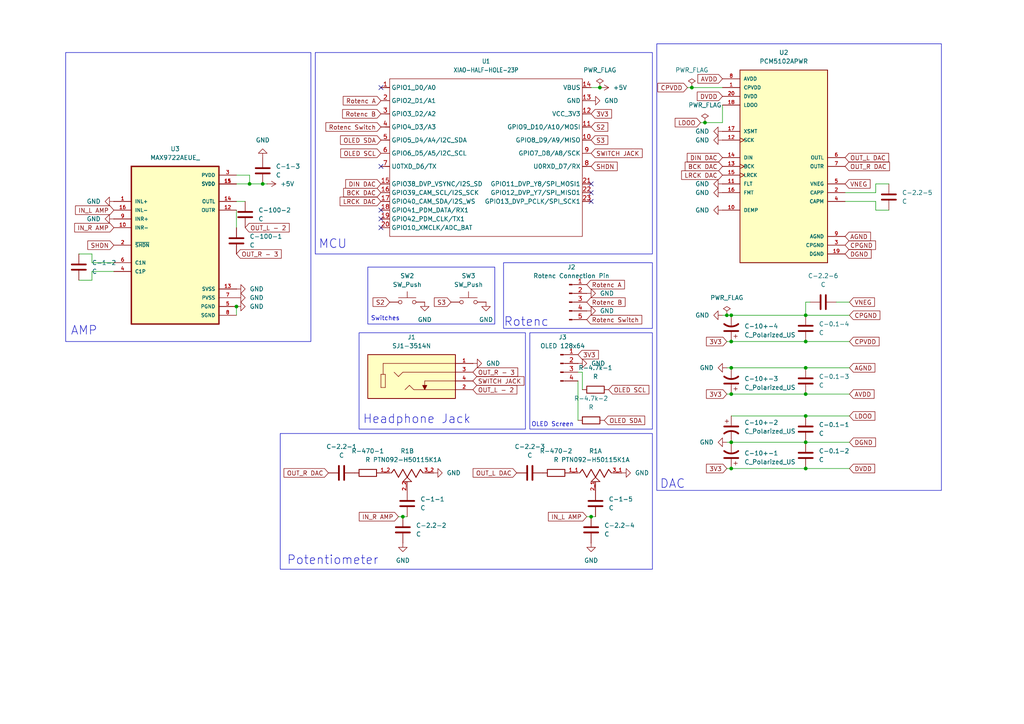
<source format=kicad_sch>
(kicad_sch (version 20250114) (generator "eeschema") (generator_version "9.0")
  (paper "A4")
  (lib_symbols
    (symbol "AMP Audio:MAX9722AEUE_" (pin_names (offset 1.016))
      (property "Reference" "U" (at -12.7 23.86 0))
      (property "Value" "MAX9722AEUE_" (at -12.7 -26.86 0))
      (symbol "MAX9722AEUE__0_0"
        (rectangle (start -12.7 -22.86) (end 12.7 22.86) (stroke (width 0.41)) (fill (type background)))
        (pin input line (at -17.78 12.7 0) (length 5.08) (name "INL+") (number "1"))
        (pin input line (at -17.78 10.16 0) (length 5.08) (name "INL-") (number "16"))
        (pin input line (at -17.78 7.62 0) (length 5.08) (name "INR+") (number "9"))
        (pin input line (at -17.78 5.08 0) (length 5.08) (name "INR-") (number "10"))
        (pin bidirectional line (at -17.78 0 0) (length 5.08) (name "~{SHDN}") (number "2"))
        (pin bidirectional line (at -17.78 -5.08 0) (length 5.08) (name "C1N") (number "6"))
        (pin bidirectional line (at -17.78 -7.62 0) (length 5.08) (name "C1P") (number "4"))
        (pin power_in line (at 17.78 20.32 180) (length 5.08) (name "PVDD") (number "3"))
        (pin power_in line (at 17.78 17.78 180) (length 5.08) (name "SVDD") (number "11"))
        (pin power_in line (at 17.78 17.78 180) (length 5.08) (name "SVDD") (number "15"))
        (pin output line (at 17.78 12.7 180) (length 5.08) (name "OUTL") (number "14"))
        (pin output line (at 17.78 10.16 180) (length 5.08) (name "OUTR") (number "12"))
        (pin power_in line (at 17.78 -12.7 180) (length 5.08) (name "SVSS") (number "13"))
        (pin power_in line (at 17.78 -15.24 180) (length 5.08) (name "PVSS") (number "7"))
        (pin power_in line (at 17.78 -17.78 180) (length 5.08) (name "PGND") (number "5"))
        (pin power_in line (at 17.78 -20.32 180) (length 5.08) (name "SGND") (number "8"))
      )
    )
    (symbol "Connector:Conn_01x04_Pin" (pin_names (offset 1.016) (hide yes))
      (property "Reference" "J" (at 0 5.08 0))
      (property "Value" "Conn_01x04_Pin" (at 0 -7.62 0))
      (symbol "Conn_01x04_Pin_1_1"
        (rectangle (start 0.8636 2.667) (end 0 2.413) (stroke (width 0.1524)) (fill (type outline)))
        (rectangle (start 0.8636 0.127) (end 0 -0.127) (stroke (width 0.1524)) (fill (type outline)))
        (rectangle (start 0.8636 -2.413) (end 0 -2.667) (stroke (width 0.1524)) (fill (type outline)))
        (rectangle (start 0.8636 -4.953) (end 0 -5.207) (stroke (width 0.1524)) (fill (type outline)))
        (polyline (pts (xy 1.27 2.54) (xy 0.8636 2.54)) (stroke (width 0.1524)))
        (polyline (pts (xy 1.27 0) (xy 0.8636 0)) (stroke (width 0.1524)))
        (polyline (pts (xy 1.27 -2.54) (xy 0.8636 -2.54)) (stroke (width 0.1524)))
        (polyline (pts (xy 1.27 -5.08) (xy 0.8636 -5.08)) (stroke (width 0.1524)))
        (pin passive line (at 5.08 2.54 180) (length 3.81) (name "Pin_1") (number "1"))
        (pin passive line (at 5.08 0 180) (length 3.81) (name "Pin_2") (number "2"))
        (pin passive line (at 5.08 -2.54 180) (length 3.81) (name "Pin_3") (number "3"))
        (pin passive line (at 5.08 -5.08 180) (length 3.81) (name "Pin_4") (number "4"))
      )
    )
    (symbol "Connector:Conn_01x05_Pin" (pin_names (offset 1.016) (hide yes))
      (property "Reference" "J" (at 0 7.62 0))
      (property "Value" "Conn_01x05_Pin" (at 0 -7.62 0))
      (symbol "Conn_01x05_Pin_1_1"
        (rectangle (start 0.8636 5.207) (end 0 4.953) (stroke (width 0.1524)) (fill (type outline)))
        (rectangle (start 0.8636 2.667) (end 0 2.413) (stroke (width 0.1524)) (fill (type outline)))
        (rectangle (start 0.8636 0.127) (end 0 -0.127) (stroke (width 0.1524)) (fill (type outline)))
        (rectangle (start 0.8636 -2.413) (end 0 -2.667) (stroke (width 0.1524)) (fill (type outline)))
        (rectangle (start 0.8636 -4.953) (end 0 -5.207) (stroke (width 0.1524)) (fill (type outline)))
        (polyline (pts (xy 1.27 5.08) (xy 0.8636 5.08)) (stroke (width 0.1524)))
        (polyline (pts (xy 1.27 2.54) (xy 0.8636 2.54)) (stroke (width 0.1524)))
        (polyline (pts (xy 1.27 0) (xy 0.8636 0)) (stroke (width 0.1524)))
        (polyline (pts (xy 1.27 -2.54) (xy 0.8636 -2.54)) (stroke (width 0.1524)))
        (polyline (pts (xy 1.27 -5.08) (xy 0.8636 -5.08)) (stroke (width 0.1524)))
        (pin passive line (at 5.08 5.08 180) (length 3.81) (name "Pin_1") (number "1"))
        (pin passive line (at 5.08 2.54 180) (length 3.81) (name "Pin_2") (number "2"))
        (pin passive line (at 5.08 0 180) (length 3.81) (name "Pin_3") (number "3"))
        (pin passive line (at 5.08 -2.54 180) (length 3.81) (name "Pin_4") (number "4"))
        (pin passive line (at 5.08 -5.08 180) (length 3.81) (name "Pin_5") (number "5"))
      )
    )
    (symbol "DAC Audio:PCM5102APWR" (pin_names (offset 1.016))
      (property "Reference" "U" (at -12.7 28.94 0))
      (property "Value" "PCM5102APWR" (at -12.7 -30.48 0))
      (symbol "PCM5102APWR_0_0"
        (rectangle (start -12.7 -27.94) (end 12.7 27.94) (stroke (width 0.254)) (fill (type background)))
        (pin power_in line (at -17.78 25.4 0) (length 5.08) (name "AVDD") (number "8"))
        (pin power_in line (at -17.78 22.86 0) (length 5.08) (name "CPVDD") (number "1"))
        (pin power_in line (at -17.78 20.32 0) (length 5.08) (name "DVDD") (number "20"))
        (pin power_in line (at -17.78 17.78 0) (length 5.08) (name "LDOO") (number "18"))
        (pin input line (at -17.78 10.16 0) (length 5.08) (name "XSMT") (number "17"))
        (pin input clock (at -17.78 7.62 0) (length 5.08) (name "SCK") (number "12"))
        (pin input line (at -17.78 2.54 0) (length 5.08) (name "DIN") (number "14"))
        (pin input clock (at -17.78 0 0) (length 5.08) (name "BCK") (number "13"))
        (pin input clock (at -17.78 -2.54 0) (length 5.08) (name "LRCK") (number "15"))
        (pin input line (at -17.78 -5.08 0) (length 5.08) (name "FLT") (number "11"))
        (pin input line (at -17.78 -7.62 0) (length 5.08) (name "FMT") (number "16"))
        (pin input line (at -17.78 -12.7 0) (length 5.08) (name "DEMP") (number "10"))
        (pin output line (at 17.78 2.54 180) (length 5.08) (name "OUTL") (number "6"))
        (pin output line (at 17.78 0 180) (length 5.08) (name "OUTR") (number "7"))
        (pin output line (at 17.78 -5.08 180) (length 5.08) (name "VNEG") (number "5"))
        (pin passive line (at 17.78 -7.62 180) (length 5.08) (name "CAPP") (number "2"))
        (pin passive line (at 17.78 -10.16 180) (length 5.08) (name "CAPM") (number "4"))
        (pin power_in line (at 17.78 -20.32 180) (length 5.08) (name "AGND") (number "9"))
        (pin power_in line (at 17.78 -22.86 180) (length 5.08) (name "CPGND") (number "3"))
        (pin power_in line (at 17.78 -25.4 180) (length 5.08) (name "DGND") (number "19"))
      )
    )
    (symbol "Device:C" (pin_numbers (hide yes)) (pin_names (offset 0.254))
      (property "Reference" "C" (at 0.635 2.54 0))
      (property "Value" "C" (at 0.635 -2.54 0))
      (symbol "C_0_1"
        (polyline (pts (xy -2.032 0.762) (xy 2.032 0.762)) (stroke (width 0.508)))
        (polyline (pts (xy -2.032 -0.762) (xy 2.032 -0.762)) (stroke (width 0.508)))
      )
      (symbol "C_1_1"
        (pin passive line (at 0 3.81 270) (length 2.794) (name "~") (number "1"))
        (pin passive line (at 0 -3.81 90) (length 2.794) (name "~") (number "2"))
      )
    )
    (symbol "Device:C_Polarized_US" (pin_numbers (hide yes)) (pin_names (offset 0.254) (hide yes))
      (property "Reference" "C" (at 0.635 2.54 0))
      (property "Value" "C_Polarized_US" (at 0.635 -2.54 0))
      (symbol "C_Polarized_US_0_1"
        (polyline (pts (xy -2.032 0.762) (xy 2.032 0.762)) (stroke (width 0.508)))
        (polyline (pts (xy -1.778 2.286) (xy -0.762 2.286)))
        (polyline (pts (xy -1.27 1.778) (xy -1.27 2.794)))
        (arc (start -2.032 -1.27) (mid 0 -0.5572) (end 2.032 -1.27) (stroke (width 0.508)))
      )
      (symbol "C_Polarized_US_1_1"
        (pin passive line (at 0 3.81 270) (length 2.794) (name "~") (number "1"))
        (pin passive line (at 0 -3.81 90) (length 3.302) (name "~") (number "2"))
      )
    )
    (symbol "Device:R" (pin_numbers (hide yes)) (pin_names (offset 0))
      (property "Reference" "R" (at 2.032 0 90))
      (property "Value" "R" (at 0 0 90))
      (symbol "R_0_1"
        (rectangle (start -1.016 -2.54) (end 1.016 2.54) (stroke (width 0.254)))
      )
      (symbol "R_1_1"
        (pin passive line (at 0 3.81 270) (length 1.27) (name "~") (number "1"))
        (pin passive line (at 0 -3.81 90) (length 1.27) (name "~") (number "2"))
      )
    )
    (symbol "HPJ:SJ1-3514N" (pin_names (offset 1.016))
      (property "Reference" "J" (at -12.7132 7.628 0))
      (property "Value" "SJ1-3514N" (at -12.7035 -12.7035 0))
      (symbol "SJ1-3514N_0_0"
        (rectangle (start -12.7 -7.62) (end 12.7 5.08) (stroke (width 0.254)) (fill (type background)))
        (polyline (pts (xy -8.89 -0.635) (xy -8.89 -4.445)) (stroke (width 0.1524)))
        (polyline (pts (xy -8.89 -4.445) (xy -7.62 -4.445)) (stroke (width 0.1524)))
        (polyline (pts (xy -8.255 2.54) (xy -8.255 -0.635)) (stroke (width 0.1524)))
        (polyline (pts (xy -8.255 -0.635) (xy -8.89 -0.635)) (stroke (width 0.1524)))
        (polyline (pts (xy -7.62 -0.635) (xy -8.255 -0.635)) (stroke (width 0.1524)))
        (polyline (pts (xy -7.62 -4.445) (xy -7.62 -0.635)) (stroke (width 0.1524)))
        (polyline (pts (xy -3.81 -1.27) (xy -5.08 0)) (stroke (width 0.1524)))
        (polyline (pts (xy -2.54 0) (xy -3.81 -1.27)) (stroke (width 0.1524)))
        (polyline (pts (xy -0.635 -3.81) (xy -1.905 -5.08)) (stroke (width 0.1524)))
        (polyline (pts (xy 0.635 -5.08) (xy -0.635 -3.81)) (stroke (width 0.1524)))
        (polyline (pts (xy 3.81 -2.54) (xy 3.81 -5.08)) (stroke (width 0.1524)))
        (polyline (pts (xy 3.81 -5.08) (xy 0.635 -5.08)) (stroke (width 0.1524)))
        (polyline (pts (xy 3.81 -5.08) (xy 3.175 -3.81) (xy 4.445 -3.81) (xy 3.81 -5.08)) (stroke (width 0.1524)) (fill (type outline)))
        (polyline (pts (xy 12.7 2.54) (xy -8.255 2.54)) (stroke (width 0.1524)))
        (polyline (pts (xy 12.7 0) (xy -2.54 0)) (stroke (width 0.1524)))
        (polyline (pts (xy 12.7 -2.54) (xy 3.81 -2.54)) (stroke (width 0.1524)))
        (polyline (pts (xy 12.7 -5.08) (xy 3.81 -5.08)) (stroke (width 0.1524)))
        (pin passive line (at 17.78 2.54 180) (length 5.08) (name "~") (number "1"))
        (pin passive line (at 17.78 0 180) (length 5.08) (name "~") (number "3"))
        (pin passive line (at 17.78 -2.54 180) (length 5.08) (name "~") (number "4"))
        (pin passive line (at 17.78 -5.08 180) (length 5.08) (name "~") (number "2"))
      )
    )
    (symbol "MCU ESP32 S3:Module/XIAO-HALF-HOLE-23P"
      (property "Reference" "U2" (at -20.828 17.018 0))
      (property "Value" "XIAO-HALF-HOLE-23P" (at -12.446 14.986 0))
      (symbol "Module/XIAO-HALF-HOLE-23P_0_1"
        (polyline (pts (xy -21.59 -13.97) (xy -21.59 -31.75) (xy 34.29 -31.75) (xy 34.29 -13.97)))
      )
      (symbol "Module/XIAO-HALF-HOLE-23P_1_0"
        (polyline (pts (xy -21.59 13.97) (xy 34.29 13.97)) (stroke (width 0.1524)))
        (polyline (pts (xy -21.59 11.43) (xy -22.86 11.43)) (stroke (width 0.1524)))
        (polyline (pts (xy -21.59 11.43) (xy -21.59 13.97)) (stroke (width 0.1524)))
        (polyline (pts (xy -21.59 7.62) (xy -22.86 7.62)) (stroke (width 0.1524)))
        (polyline (pts (xy -21.59 7.62) (xy -21.59 11.43)) (stroke (width 0.1524)))
        (polyline (pts (xy -21.59 3.81) (xy -22.86 3.81)) (stroke (width 0.1524)))
        (polyline (pts (xy -21.59 3.81) (xy -21.59 7.62)) (stroke (width 0.1524)))
        (polyline (pts (xy -21.59 0) (xy -22.86 0)) (stroke (width 0.1524)))
        (polyline (pts (xy -21.59 0) (xy -21.59 3.81)) (stroke (width 0.1524)))
        (polyline (pts (xy -21.59 -3.81) (xy -22.86 -3.81)) (stroke (width 0.1524)))
        (polyline (pts (xy -21.59 -7.62) (xy -22.86 -7.62)) (stroke (width 0.1524)))
        (polyline (pts (xy -21.59 -11.43) (xy -22.86 -11.43)) (stroke (width 0.1524)))
        (polyline (pts (xy -21.59 -13.97) (xy -21.59 0)) (stroke (width 0.1524)))
        (polyline (pts (xy 34.29 13.97) (xy 34.29 11.43)) (stroke (width 0.1524)))
        (polyline (pts (xy 34.29 11.43) (xy 34.29 7.62)) (stroke (width 0.1524)))
        (polyline (pts (xy 34.29 7.62) (xy 34.29 3.81)) (stroke (width 0.1524)))
        (polyline (pts (xy 34.29 3.81) (xy 34.29 -13.97)) (stroke (width 0.1524)))
        (polyline (pts (xy 35.56 11.43) (xy 34.29 11.43)) (stroke (width 0.1524)))
        (polyline (pts (xy 35.56 7.62) (xy 34.29 7.62)) (stroke (width 0.1524)))
        (polyline (pts (xy 35.56 3.81) (xy 34.29 3.81)) (stroke (width 0.1524)))
        (polyline (pts (xy 35.56 0) (xy 34.29 0)) (stroke (width 0.1524)))
        (polyline (pts (xy 35.56 -3.81) (xy 34.29 -3.81)) (stroke (width 0.1524)))
        (polyline (pts (xy 35.56 -7.62) (xy 34.29 -7.62)) (stroke (width 0.1524)))
        (polyline (pts (xy 35.56 -11.43) (xy 34.29 -11.43)) (stroke (width 0.1524)))
        (pin passive line (at -24.13 11.43 0) (length 2.54) (name "GPIO1_D0/A0") (number "1"))
        (pin passive line (at -24.13 7.62 0) (length 2.54) (name "GPIO2_D1/A1") (number "2"))
        (pin passive line (at -24.13 3.81 0) (length 2.54) (name "GPIO3_D2/A2") (number "3"))
        (pin passive line (at -24.13 0 0) (length 2.54) (name "GPIO4_D3/A3") (number "4"))
        (pin passive line (at -24.13 -3.81 0) (length 2.54) (name "GPIO5_D4/A4/I2C_SDA") (number "5"))
        (pin passive line (at -24.13 -7.62 0) (length 2.54) (name "GPIO6_D5/A5/I2C_SCL") (number "6"))
        (pin passive line (at -24.13 -11.43 0) (length 2.54) (name "U0TXD_D6/TX") (number "7"))
        (pin passive line (at 36.83 11.43 180) (length 2.54) (name "VBUS") (number "14"))
        (pin passive line (at 36.83 7.62 180) (length 2.54) (name "GND") (number "13"))
        (pin passive line (at 36.83 3.81 180) (length 2.54) (name "VCC_3V3") (number "12"))
        (pin passive line (at 36.83 0 180) (length 2.54) (name "GPIO9_D10/A10/MOSI") (number "11"))
        (pin passive line (at 36.83 -3.81 180) (length 2.54) (name "GPIO8_D9/A9/MISO") (number "10"))
        (pin passive line (at 36.83 -7.62 180) (length 2.54) (name "GPIO7_D8/A8/SCK") (number "9"))
        (pin passive line (at 36.83 -11.43 180) (length 2.54) (name "U0RXD_D7/RX") (number "8"))
      )
      (symbol "Module/XIAO-HALF-HOLE-23P_1_1"
        (pin passive line (at -24.13 -16.51 0) (length 2.54) (name "GPIO38_DVP_VSYNC/I2S_SD") (number "15"))
        (pin passive line (at -24.13 -19.05 0) (length 2.54) (name "GPIO39_CAM_SCL/I2S_SCK") (number "16"))
        (pin passive line (at -24.13 -21.59 0) (length 2.54) (name "GPIO40_CAM_SDA/I2S_WS") (number "17"))
        (pin passive line (at -24.13 -24.13 0) (length 2.54) (name "GPIO41_PDM_DATA/RX1") (number "18"))
        (pin passive line (at -24.13 -26.67 0) (length 2.54) (name "GPIO42_PDM_CLK/TX1") (number "19"))
        (pin passive line (at -24.13 -29.21 0) (length 2.54) (name "GPIO10_XMCLK/ADC_BAT") (number "20"))
        (pin passive line (at 36.83 -16.51 180) (length 2.54) (name "GPIO11_DVP_Y8/SPI_MOSI1") (number "21"))
        (pin passive line (at 36.83 -19.05 180) (length 2.54) (name "GPIO12_DVP_Y7/SPI_MISO1") (number "22"))
        (pin passive line (at 36.83 -21.59 180) (length 2.54) (name "GPIO13_DVP_PCLK/SPI_SCK1") (number "23"))
      )
    )
    (symbol "Potentiometer 2:PTN092-H50115K1A" (pin_names (offset 1.016))
      (property "Reference" "R" (at -5.08 5.08 0))
      (property "Value" "PTN092-H50115K1A" (at -5.08 2.54 0))
      (symbol "PTN092-H50115K1A_1_0"
        (polyline (pts (xy -5.08 0) (xy -4.572 0)) (stroke (width 0.1524)))
        (polyline (pts (xy -4.572 0) (xy -3.81 1.016)) (stroke (width 0.254)))
        (polyline (pts (xy -3.81 1.016) (xy -2.54 -1.27)) (stroke (width 0.254)))
        (polyline (pts (xy -2.54 -1.27) (xy -1.27 1.016)) (stroke (width 0.254)))
        (polyline (pts (xy -1.27 1.016) (xy 0 -1.27)) (stroke (width 0.254)))
        (polyline (pts (xy -1.27 -2.54) (xy 0 -1.27)) (stroke (width 0.2032)))
        (polyline (pts (xy 0 -1.27) (xy 1.27 1.016)) (stroke (width 0.254)))
        (polyline (pts (xy 0 -1.27) (xy 1.27 -2.54)) (stroke (width 0.2032)))
        (polyline (pts (xy 1.27 1.016) (xy 2.54 -1.27)) (stroke (width 0.254)))
        (polyline (pts (xy 1.27 -2.54) (xy -1.27 -2.54)) (stroke (width 0.2032)))
        (polyline (pts (xy 2.54 -1.27) (xy 3.81 1.016)) (stroke (width 0.254)))
        (polyline (pts (xy 3.81 1.016) (xy 4.572 0)) (stroke (width 0.254)))
        (polyline (pts (xy 4.572 0) (xy 5.08 0)) (stroke (width 0.1524)))
        (pin passive line (at -7.62 0 0) (length 2.54) (name "~") (number "1_1"))
        (pin passive line (at 0 -5.08 90) (length 2.54) (name "~") (number "2_1"))
        (pin passive line (at 7.62 0 180) (length 2.54) (name "~") (number "3_1"))
      )
      (symbol "PTN092-H50115K1A_2_0"
        (polyline (pts (xy -5.08 0) (xy -4.572 0)) (stroke (width 0.1524)))
        (polyline (pts (xy -4.572 0) (xy -3.81 1.016)) (stroke (width 0.254)))
        (polyline (pts (xy -3.81 1.016) (xy -2.54 -1.27)) (stroke (width 0.254)))
        (polyline (pts (xy -2.54 -1.27) (xy -1.27 1.016)) (stroke (width 0.254)))
        (polyline (pts (xy -1.27 1.016) (xy 0 -1.27)) (stroke (width 0.254)))
        (polyline (pts (xy -1.27 -2.54) (xy 0 -1.27)) (stroke (width 0.2032)))
        (polyline (pts (xy 0 -1.27) (xy 1.27 1.016)) (stroke (width 0.254)))
        (polyline (pts (xy 0 -1.27) (xy 1.27 -2.54)) (stroke (width 0.2032)))
        (polyline (pts (xy 1.27 1.016) (xy 2.54 -1.27)) (stroke (width 0.254)))
        (polyline (pts (xy 1.27 -2.54) (xy -1.27 -2.54)) (stroke (width 0.2032)))
        (polyline (pts (xy 2.54 -1.27) (xy 3.81 1.016)) (stroke (width 0.254)))
        (polyline (pts (xy 3.81 1.016) (xy 4.572 0)) (stroke (width 0.254)))
        (polyline (pts (xy 4.572 0) (xy 5.08 0)) (stroke (width 0.1524)))
        (pin passive line (at -7.62 0 0) (length 2.54) (name "~") (number "1_2"))
        (pin passive line (at 0 -5.08 90) (length 2.54) (name "~") (number "2_2"))
        (pin passive line (at 7.62 0 180) (length 2.54) (name "~") (number "3_2"))
      )
    )
    (symbol "Switch:SW_Push" (pin_numbers (hide yes)) (pin_names (offset 1.016) (hide yes))
      (property "Reference" "SW" (at 1.27 2.54 0))
      (property "Value" "SW_Push" (at 0 -1.524 0))
      (symbol "SW_Push_0_1"
        (circle (center -2.032 0) (radius 0.508))
        (polyline (pts (xy 0 1.27) (xy 0 3.048)))
        (circle (center 2.032 0) (radius 0.508))
        (polyline (pts (xy 2.54 1.27) (xy -2.54 1.27)))
        (pin passive line (at -5.08 0 0) (length 2.54) (name "1") (number "1"))
        (pin passive line (at 5.08 0 180) (length 2.54) (name "2") (number "2"))
      )
    )
    (symbol "power:+5V" (power) (pin_numbers (hide yes)) (pin_names (offset 0) (hide yes))
      (property "Value" "+5V" (at 0 3.556 0))
      (symbol "+5V_0_1"
        (polyline (pts (xy -0.762 1.27) (xy 0 2.54)))
        (polyline (pts (xy 0 2.54) (xy 0.762 1.27)))
        (polyline (pts (xy 0 0) (xy 0 2.54)))
      )
      (symbol "+5V_1_1"
        (pin power_in line (at 0 0 90) (length 0) (name "~") (number "1"))
      )
    )
    (symbol "power:GND" (power) (pin_numbers (hide yes)) (pin_names (offset 0) (hide yes))
      (property "Value" "GND" (at 0 -3.81 0))
      (symbol "GND_0_1"
        (polyline (pts (xy 0 0) (xy 0 -1.27) (xy 1.27 -1.27) (xy 0 -2.54) (xy -1.27 -1.27) (xy 0 -1.27)))
      )
      (symbol "GND_1_1"
        (pin power_in line (at 0 0 270) (length 0) (name "~") (number "1"))
      )
    )
    (symbol "power:PWR_FLAG" (power) (pin_numbers (hide yes)) (pin_names (offset 0) (hide yes))
      (property "Value" "PWR_FLAG" (at 0 3.81 0))
      (symbol "PWR_FLAG_0_0"
        (pin power_out line (at 0 0 90) (length 0) (name "~") (number "1"))
      )
      (symbol "PWR_FLAG_0_1"
        (polyline (pts (xy 0 0) (xy 0 1.27) (xy -1.016 1.905) (xy 0 2.54) (xy 1.016 1.905) (xy 0 1.27)))
      )
    )
  )
  (rectangle (start 190.5 12.7) (end 273.05 142.24))
  (rectangle (start 91.44 15.24) (end 189.23 73.66))
  (rectangle (start 106.68 77.47) (end 143.51 93.98))
  (rectangle (start 104.14 96.52) (end 152.4 124.46))
  (rectangle (start 153.67 96.52) (end 189.23 124.46))
  (rectangle (start 19.05 15.24) (end 90.17 99.06))
  (rectangle (start 81.28 125.73) (end 189.23 165.1))
  (rectangle (start 146.05 76.2) (end 189.23 95.25))
  (text "Headphone Jack\n" (at 120.904 121.666 0) (effects (font (size 2.54 2.54))))
  (text "OLED Screen" (at 160.274 123.19 0) (effects (font (size 1.27 1.27))))
  (text "Rotenc" (at 152.654 93.472 0) (effects (font (size 2.54 2.54))))
  (text "AMP\n\n" (at 24.384 98.044 0) (effects (font (size 2.54 2.54))))
  (text "Switches\n\n" (at 111.76 93.472 0) (effects (font (size 1.27 1.27))))
  (text "DAC" (at 195.072 140.462 0) (effects (font (size 2.54 2.54))))
  (text "Potentiometer" (at 96.52 162.56 0) (effects (font (size 2.54 2.54))))
  (text "MCU" (at 96.52 70.866 0) (effects (font (size 2.54 2.54))))
  (junction (at 212.09 128.27))
  (junction (at 210.82 91.44))
  (junction (at 171.45 149.86))
  (junction (at 212.09 106.68))
  (junction (at 72.39 53.34))
  (junction (at 212.09 135.89))
  (junction (at 233.68 135.89))
  (junction (at 212.09 114.3))
  (junction (at 212.09 99.06))
  (junction (at 116.84 149.86))
  (junction (at 233.68 99.06))
  (junction (at 68.58 88.9))
  (junction (at 200.66 25.4))
  (junction (at 233.68 120.65))
  (junction (at 233.68 91.44))
  (junction (at 204.47 35.56))
  (junction (at 173.99 25.4))
  (junction (at 233.68 128.27))
  (junction (at 212.09 91.44))
  (junction (at 76.2 53.34))
  (junction (at 233.68 114.3))
  (junction (at 233.68 106.68))
  (no_connect (at 110.49 63.5))
  (no_connect (at 171.45 55.88))
  (no_connect (at 110.49 60.96))
  (no_connect (at 110.49 66.04))
  (no_connect (at 110.49 25.4))
  (no_connect (at 110.49 48.26))
  (no_connect (at 171.45 58.42))
  (no_connect (at 171.45 53.34))
  (wire (pts (xy 171.45 149.86) (xy 172.72 149.86)))
  (wire (pts (xy 72.39 53.34) (xy 76.2 53.34)))
  (wire (pts (xy 203.2 35.56) (xy 204.47 35.56)))
  (wire (pts (xy 210.82 114.3) (xy 212.09 114.3)))
  (wire (pts (xy 234.95 87.63) (xy 233.68 87.63)))
  (wire (pts (xy 246.38 114.3) (xy 233.68 114.3)))
  (wire (pts (xy 233.68 120.65) (xy 246.38 120.65)))
  (wire (pts (xy 26.67 81.28) (xy 26.67 78.74)))
  (wire (pts (xy 168.91 107.95) (xy 167.64 107.95)))
  (wire (pts (xy 212.09 99.06) (xy 233.68 99.06)))
  (wire (pts (xy 257.81 60.96) (xy 254 60.96)))
  (wire (pts (xy 26.67 76.2) (xy 26.67 73.66)))
  (wire (pts (xy 233.68 106.68) (xy 212.09 106.68)))
  (wire (pts (xy 210.82 99.06) (xy 212.09 99.06)))
  (wire (pts (xy 254 58.42) (xy 245.11 58.42)))
  (wire (pts (xy 254 53.34) (xy 257.81 53.34)))
  (wire (pts (xy 210.82 135.89) (xy 212.09 135.89)))
  (wire (pts (xy 26.67 78.74) (xy 33.02 78.74)))
  (wire (pts (xy 170.18 149.86) (xy 171.45 149.86)))
  (wire (pts (xy 33.02 76.2) (xy 26.67 76.2)))
  (wire (pts (xy 72.39 53.34) (xy 68.58 53.34)))
  (wire (pts (xy 22.86 81.28) (xy 26.67 81.28)))
  (wire (pts (xy 26.67 73.66) (xy 22.86 73.66)))
  (wire (pts (xy 116.84 149.86) (xy 118.11 149.86)))
  (wire (pts (xy 210.82 91.44) (xy 212.09 91.44)))
  (wire (pts (xy 246.38 135.89) (xy 233.68 135.89)))
  (wire (pts (xy 233.68 87.63) (xy 233.68 91.44)))
  (wire (pts (xy 76.2 53.34) (xy 77.47 53.34)))
  (wire (pts (xy 212.09 106.68) (xy 210.82 106.68)))
  (wire (pts (xy 72.39 50.8) (xy 72.39 53.34)))
  (wire (pts (xy 115.57 149.86) (xy 116.84 149.86)))
  (wire (pts (xy 199.39 25.4) (xy 200.66 25.4)))
  (wire (pts (xy 209.55 35.56) (xy 209.55 30.48)))
  (wire (pts (xy 68.58 66.04) (xy 68.58 60.96)))
  (wire (pts (xy 200.66 25.4) (xy 209.55 25.4)))
  (wire (pts (xy 233.68 99.06) (xy 246.38 99.06)))
  (wire (pts (xy 233.68 106.68) (xy 246.38 106.68)))
  (wire (pts (xy 167.64 121.92) (xy 167.64 110.49)))
  (wire (pts (xy 254 55.88) (xy 254 53.34)))
  (wire (pts (xy 68.58 88.9) (xy 68.58 91.44)))
  (wire (pts (xy 173.99 25.4) (xy 171.45 25.4)))
  (wire (pts (xy 212.09 128.27) (xy 233.68 128.27)))
  (wire (pts (xy 246.38 87.63) (xy 242.57 87.63)))
  (wire (pts (xy 245.11 55.88) (xy 254 55.88)))
  (wire (pts (xy 233.68 91.44) (xy 246.38 91.44)))
  (wire (pts (xy 210.82 128.27) (xy 212.09 128.27)))
  (wire (pts (xy 71.12 58.42) (xy 68.58 58.42)))
  (wire (pts (xy 212.09 91.44) (xy 233.68 91.44)))
  (wire (pts (xy 212.09 114.3) (xy 233.68 114.3)))
  (wire (pts (xy 168.91 113.03) (xy 168.91 107.95)))
  (wire (pts (xy 212.09 120.65) (xy 233.68 120.65)))
  (wire (pts (xy 212.09 135.89) (xy 233.68 135.89)))
  (wire (pts (xy 209.55 91.44) (xy 210.82 91.44)))
  (wire (pts (xy 68.58 50.8) (xy 72.39 50.8)))
  (wire (pts (xy 233.68 128.27) (xy 246.38 128.27)))
  (wire (pts (xy 204.47 35.56) (xy 209.55 35.56)))
  (wire (pts (xy 254 60.96) (xy 254 58.42)))
  (global_label "S2" (shape input) (at 113.03 87.63 180) (property "Intersheetrefs" "${INTERSHEET_REFS}" (effects (hide yes))))
  (global_label "IN_L AMP" (shape input) (at 33.02 60.96 180) (property "Intersheetrefs" "${INTERSHEET_REFS}" (effects (hide yes))))
  (global_label "3V3" (shape input) (at 171.45 33.02 0) (property "Intersheetrefs" "${INTERSHEET_REFS}" (effects (hide yes))))
  (global_label "OUT_L DAC" (shape input) (at 149.86 137.16 180) (property "Intersheetrefs" "${INTERSHEET_REFS}" (effects (hide yes))))
  (global_label "DVDD" (shape input) (at 209.55 27.94 180) (property "Intersheetrefs" "${INTERSHEET_REFS}" (effects (hide yes))))
  (global_label "LDOO" (shape input) (at 203.2 35.56 180) (property "Intersheetrefs" "${INTERSHEET_REFS}" (effects (hide yes))))
  (global_label "OLED SCL" (shape input) (at 176.53 113.03 0) (property "Intersheetrefs" "${INTERSHEET_REFS}" (effects (hide yes))))
  (global_label "AVDD" (shape input) (at 209.55 22.86 180) (property "Intersheetrefs" "${INTERSHEET_REFS}" (effects (hide yes))))
  (global_label "S3" (shape input) (at 130.81 87.63 180) (property "Intersheetrefs" "${INTERSHEET_REFS}" (effects (hide yes))))
  (global_label "IN_R AMP" (shape input) (at 115.57 149.86 180) (property "Intersheetrefs" "${INTERSHEET_REFS}" (effects (hide yes))))
  (global_label "CPVDD" (shape input) (at 246.38 99.06 0) (property "Intersheetrefs" "${INTERSHEET_REFS}" (effects (hide yes))))
  (global_label "DGND" (shape input) (at 245.11 73.66 0) (property "Intersheetrefs" "${INTERSHEET_REFS}" (effects (hide yes))))
  (global_label "AVDD" (shape input) (at 246.38 114.3 0) (property "Intersheetrefs" "${INTERSHEET_REFS}" (effects (hide yes))))
  (global_label "SWITCH JACK" (shape input) (at 171.45 44.45 0) (property "Intersheetrefs" "${INTERSHEET_REFS}" (effects (hide yes))))
  (global_label "DIN DAC" (shape input) (at 209.55 45.72 180) (property "Intersheetrefs" "${INTERSHEET_REFS}" (effects (hide yes))))
  (global_label "OLED SDA" (shape input) (at 110.49 40.64 180) (property "Intersheetrefs" "${INTERSHEET_REFS}" (effects (hide yes))))
  (global_label "3V3" (shape input) (at 210.82 114.3 180) (property "Intersheetrefs" "${INTERSHEET_REFS}" (effects (hide yes))))
  (global_label "S2" (shape input) (at 171.45 36.83 0) (property "Intersheetrefs" "${INTERSHEET_REFS}" (effects (hide yes))))
  (global_label "Rotenc A" (shape input) (at 170.18 82.55 0) (property "Intersheetrefs" "${INTERSHEET_REFS}" (effects (hide yes))))
  (global_label "SHDN" (shape input) (at 171.45 48.26 0) (property "Intersheetrefs" "${INTERSHEET_REFS}" (effects (hide yes))))
  (global_label "AGND" (shape input) (at 246.38 106.68 0) (property "Intersheetrefs" "${INTERSHEET_REFS}" (effects (hide yes))))
  (global_label "3V3" (shape input) (at 210.82 135.89 180) (property "Intersheetrefs" "${INTERSHEET_REFS}" (effects (hide yes))))
  (global_label "AGND" (shape input) (at 245.11 68.58 0) (property "Intersheetrefs" "${INTERSHEET_REFS}" (effects (hide yes))))
  (global_label "OUT_L DAC" (shape input) (at 245.11 45.72 0) (property "Intersheetrefs" "${INTERSHEET_REFS}" (effects (hide yes))))
  (global_label "CPGND" (shape input) (at 246.38 91.44 0) (property "Intersheetrefs" "${INTERSHEET_REFS}" (effects (hide yes))))
  (global_label "OUT_R DAC" (shape input) (at 95.25 137.16 180) (property "Intersheetrefs" "${INTERSHEET_REFS}" (effects (hide yes))))
  (global_label "Rotenc Switch" (shape input) (at 170.18 92.71 0) (property "Intersheetrefs" "${INTERSHEET_REFS}" (effects (hide yes))))
  (global_label "OUT_R - 3" (shape input) (at 137.16 107.95 0) (property "Intersheetrefs" "${INTERSHEET_REFS}" (effects (hide yes))))
  (global_label "LDOO" (shape input) (at 246.38 120.65 0) (property "Intersheetrefs" "${INTERSHEET_REFS}" (effects (hide yes))))
  (global_label "OUT_L - 2" (shape input) (at 137.16 113.03 0) (property "Intersheetrefs" "${INTERSHEET_REFS}" (effects (hide yes))))
  (global_label "VNEG" (shape input) (at 246.38 87.63 0) (property "Intersheetrefs" "${INTERSHEET_REFS}" (effects (hide yes))))
  (global_label "OUT_L - 2" (shape input) (at 71.12 66.04 0) (property "Intersheetrefs" "${INTERSHEET_REFS}" (effects (hide yes))))
  (global_label "DIN DAC" (shape input) (at 110.49 53.34 180) (property "Intersheetrefs" "${INTERSHEET_REFS}" (effects (hide yes))))
  (global_label "Rotenc B" (shape input) (at 110.49 33.02 180) (property "Intersheetrefs" "${INTERSHEET_REFS}" (effects (hide yes))))
  (global_label "OLED SDA" (shape input) (at 175.26 121.92 0) (property "Intersheetrefs" "${INTERSHEET_REFS}" (effects (hide yes))))
  (global_label "S3" (shape input) (at 171.45 40.64 0) (property "Intersheetrefs" "${INTERSHEET_REFS}" (effects (hide yes))))
  (global_label "DVDD" (shape input) (at 246.38 135.89 0) (property "Intersheetrefs" "${INTERSHEET_REFS}" (effects (hide yes))))
  (global_label "OLED SCL" (shape input) (at 110.49 44.45 180) (property "Intersheetrefs" "${INTERSHEET_REFS}" (effects (hide yes))))
  (global_label "Rotenc B" (shape input) (at 170.18 87.63 0) (property "Intersheetrefs" "${INTERSHEET_REFS}" (effects (hide yes))))
  (global_label "OUT_R - 3" (shape input) (at 68.58 73.66 0) (property "Intersheetrefs" "${INTERSHEET_REFS}" (effects (hide yes))))
  (global_label "IN_R AMP" (shape input) (at 33.02 66.04 180) (property "Intersheetrefs" "${INTERSHEET_REFS}" (effects (hide yes))))
  (global_label "IN_L AMP" (shape input) (at 170.18 149.86 180) (property "Intersheetrefs" "${INTERSHEET_REFS}" (effects (hide yes))))
  (global_label "3V3" (shape input) (at 167.64 102.87 0) (property "Intersheetrefs" "${INTERSHEET_REFS}" (effects (hide yes))))
  (global_label "DGND" (shape input) (at 246.38 128.27 0) (property "Intersheetrefs" "${INTERSHEET_REFS}" (effects (hide yes))))
  (global_label "LRCK DAC" (shape input) (at 209.55 50.8 180) (property "Intersheetrefs" "${INTERSHEET_REFS}" (effects (hide yes))))
  (global_label "BCK DAC" (shape input) (at 110.49 55.88 180) (property "Intersheetrefs" "${INTERSHEET_REFS}" (effects (hide yes))))
  (global_label "Rotenc A" (shape input) (at 110.49 29.21 180) (property "Intersheetrefs" "${INTERSHEET_REFS}" (effects (hide yes))))
  (global_label "Rotenc Switch" (shape input) (at 110.49 36.83 180) (property "Intersheetrefs" "${INTERSHEET_REFS}" (effects (hide yes))))
  (global_label "CPGND" (shape input) (at 245.11 71.12 0) (property "Intersheetrefs" "${INTERSHEET_REFS}" (effects (hide yes))))
  (global_label "VNEG" (shape input) (at 245.11 53.34 0) (property "Intersheetrefs" "${INTERSHEET_REFS}" (effects (hide yes))))
  (global_label "OUT_R DAC" (shape input) (at 245.11 48.26 0) (property "Intersheetrefs" "${INTERSHEET_REFS}" (effects (hide yes))))
  (global_label "3V3" (shape input) (at 210.82 99.06 180) (property "Intersheetrefs" "${INTERSHEET_REFS}" (effects (hide yes))))
  (global_label "CPVDD" (shape input) (at 199.39 25.4 180) (property "Intersheetrefs" "${INTERSHEET_REFS}" (effects (hide yes))))
  (global_label "LRCK DAC" (shape input) (at 110.49 58.42 180) (property "Intersheetrefs" "${INTERSHEET_REFS}" (effects (hide yes))))
  (global_label "SHDN" (shape input) (at 33.02 71.12 180) (property "Intersheetrefs" "${INTERSHEET_REFS}" (effects (hide yes))))
  (global_label "BCK DAC" (shape input) (at 209.55 48.26 180) (property "Intersheetrefs" "${INTERSHEET_REFS}" (effects (hide yes))))
  (global_label "SWITCH JACK" (shape input) (at 137.16 110.49 0) (property "Intersheetrefs" "${INTERSHEET_REFS}" (effects (hide yes))))
  (symbol (lib_id "Device:C_Polarized_US") (at 212.09 110.49 180) (unit 1)
    (property "Reference" "C-10+-3" (at 215.9 109.8549 0) (effects (justify right)))
    (property "Value" "C_Polarized_US" (at 215.9 112.3949 0) (effects (justify right)))
    (property "Footprint" "Capacitor_THT:CP_Radial_D5.0mm_P2.00mm" (effects (hide yes)))
    (property "Description" "Polarized capacitor, US symbol" (effects (hide yes)))
  )
  (symbol (lib_id "Device:C") (at 233.68 95.25 0) (unit 1)
    (property "Reference" "C-0.1-4" (at 237.49 93.9799 0) (effects (justify left)))
    (property "Value" "C" (at 237.49 96.5199 0) (effects (justify left)))
    (property "Footprint" "Capacitor_THT:C_Disc_D5.0mm_W2.5mm_P5.00mm" (effects (hide yes)))
    (property "Description" "Unpolarized capacitor" (effects (hide yes)))
  )
  (symbol (lib_id "Device:C") (at 22.86 77.47 0) (unit 1)
    (property "Reference" "C-1-2" (at 26.67 76.1999 0) (effects (justify left)))
    (property "Value" "C" (at 26.67 78.7399 0) (effects (justify left)))
    (property "Footprint" "Capacitor_THT:C_Disc_D5.0mm_W2.5mm_P5.00mm" (effects (hide yes)))
    (property "Description" "Unpolarized capacitor" (effects (hide yes)))
  )
  (symbol (lib_id "Device:C") (at 172.72 146.05 0) (unit 1)
    (property "Reference" "C-1-5" (at 176.53 144.7799 0) (effects (justify left)))
    (property "Value" "C" (at 176.53 147.3199 0) (effects (justify left)))
    (property "Footprint" "Capacitor_THT:C_Disc_D5.0mm_W2.5mm_P5.00mm" (effects (hide yes)))
    (property "Description" "Unpolarized capacitor" (effects (hide yes)))
  )
  (symbol (lib_id "power:+5V") (at 77.47 53.34 270) (unit 1)
    (property "Reference" "#PWR020" (effects (hide yes)))
    (property "Value" "+5V" (at 81.28 53.3399 90) (effects (justify left)))
    (property "Description" "Power symbol creates a global label with name \"+5V\"" (effects (hide yes)))
  )
  (symbol (lib_id "Device:C") (at 233.68 132.08 0) (unit 1)
    (property "Reference" "C-0.1-2" (at 237.49 130.8099 0) (effects (justify left)))
    (property "Value" "C" (at 237.49 133.3499 0) (effects (justify left)))
    (property "Footprint" "Capacitor_THT:C_Disc_D5.0mm_W2.5mm_P5.00mm" (effects (hide yes)))
    (property "Description" "Unpolarized capacitor" (effects (hide yes)))
  )
  (symbol (lib_id "power:GND") (at 76.2 45.72 180) (unit 1)
    (property "Reference" "#PWR01" (effects (hide yes)))
    (property "Value" "GND" (at 76.2 40.64 0))
    (property "Description" "Power symbol creates a global label with name \"GND\" , ground" (effects (hide yes)))
  )
  (symbol (lib_id "Switch:SW_Push") (at 135.89 87.63 0) (unit 1)
    (property "Reference" "SW3" (at 135.89 80.01 0))
    (property "Value" "SW_Push" (at 135.89 82.55 0))
    (property "Footprint" "Connector_PinHeader_2.54mm:PinHeader_1x02_P2.54mm_Vertical" (effects (hide yes)))
    (property "Description" "Push button switch, generic, two pins" (effects (hide yes)))
  )
  (symbol (lib_id "Device:C_Polarized_US") (at 212.09 124.46 0) (unit 1)
    (property "Reference" "C-10+-2" (at 215.9 122.5549 0) (effects (justify left)))
    (property "Value" "C_Polarized_US" (at 215.9 125.0949 0) (effects (justify left)))
    (property "Footprint" "Capacitor_THT:CP_Radial_D5.0mm_P2.00mm" (effects (hide yes)))
    (property "Description" "Polarized capacitor, US symbol" (effects (hide yes)))
  )
  (symbol (lib_id "Connector:Conn_01x04_Pin") (at 162.56 105.41 0) (unit 1)
    (property "Reference" "J3" (at 163.195 97.79 0))
    (property "Value" "OLED 128x64" (at 163.195 100.33 0))
    (property "Footprint" "Connector_PinHeader_2.54mm:PinHeader_1x04_P2.54mm_Vertical" (effects (hide yes)))
    (property "Description" "Generic connector, single row, 01x04, script generated" (effects (hide yes)))
  )
  (symbol (lib_id "power:GND") (at 180.34 137.16 90) (unit 1)
    (property "Reference" "#PWR016" (effects (hide yes)))
    (property "Value" "GND" (at 184.15 137.1599 90) (effects (justify right)))
    (property "Description" "Power symbol creates a global label with name \"GND\" , ground" (effects (hide yes)))
  )
  (symbol (lib_id "Device:C") (at 153.67 137.16 270) (unit 1)
    (property "Reference" "C-2.2-3" (at 153.67 129.54 90))
    (property "Value" "C" (at 153.67 132.08 90))
    (property "Footprint" "Capacitor_THT:C_Disc_D5.0mm_W2.5mm_P5.00mm" (effects (hide yes)))
    (property "Description" "Unpolarized capacitor" (effects (hide yes)))
  )
  (symbol (lib_id "power:GND") (at 210.82 128.27 270) (unit 1)
    (property "Reference" "#PWR017" (effects (hide yes)))
    (property "Value" "GND" (at 207.01 128.2699 90) (effects (justify right)))
    (property "Description" "Power symbol creates a global label with name \"GND\" , ground" (effects (hide yes)))
  )
  (symbol (lib_id "Device:C") (at 76.2 49.53 0) (unit 1)
    (property "Reference" "C-1-3" (at 80.01 48.2599 0) (effects (justify left)))
    (property "Value" "C" (at 80.01 50.7999 0) (effects (justify left)))
    (property "Footprint" "Capacitor_THT:C_Disc_D5.0mm_W2.5mm_P5.00mm" (effects (hide yes)))
    (property "Description" "Unpolarized capacitor" (effects (hide yes)))
  )
  (symbol (lib_id "power:GND") (at 210.82 106.68 270) (unit 1)
    (property "Reference" "#PWR018" (effects (hide yes)))
    (property "Value" "GND" (at 207.01 106.6799 90) (effects (justify right)))
    (property "Description" "Power symbol creates a global label with name \"GND\" , ground" (effects (hide yes)))
  )
  (symbol (lib_id "power:GND") (at 209.55 38.1 270) (unit 1)
    (property "Reference" "#PWR024" (effects (hide yes)))
    (property "Value" "GND" (at 205.74 38.0999 90) (effects (justify right)))
    (property "Description" "Power symbol creates a global label with name \"GND\" , ground" (effects (hide yes)))
  )
  (symbol (lib_id "power:GND") (at 68.58 83.82 90) (unit 1)
    (property "Reference" "#PWR02" (effects (hide yes)))
    (property "Value" "GND" (at 72.39 83.8199 90) (effects (justify right)))
    (property "Description" "Power symbol creates a global label with name \"GND\" , ground" (effects (hide yes)))
  )
  (symbol (lib_id "power:GND") (at 170.18 85.09 90) (unit 1)
    (property "Reference" "#PWR09" (effects (hide yes)))
    (property "Value" "GND" (at 173.99 85.0899 90) (effects (justify right)))
    (property "Description" "Power symbol creates a global label with name \"GND\" , ground" (effects (hide yes)))
  )
  (symbol (lib_id "power:PWR_FLAG") (at 210.82 91.44 0) (unit 1)
    (property "Reference" "#FLG05" (effects (hide yes)))
    (property "Value" "PWR_FLAG" (at 210.82 86.36 0))
    (property "Description" "Special symbol for telling ERC where power comes from" (effects (hide yes)))
  )
  (symbol (lib_id "power:+5V") (at 173.99 25.4 270) (unit 1)
    (property "Reference" "#PWR08" (effects (hide yes)))
    (property "Value" "+5V" (at 177.8 25.3999 90) (effects (justify left)))
    (property "Description" "Power symbol creates a global label with name \"+5V\"" (effects (hide yes)))
  )
  (symbol (lib_id "Device:C") (at 233.68 110.49 0) (unit 1)
    (property "Reference" "C-0.1-3" (at 237.49 109.2199 0) (effects (justify left)))
    (property "Value" "C" (at 237.49 111.7599 0) (effects (justify left)))
    (property "Footprint" "Capacitor_THT:C_Disc_D5.0mm_W2.5mm_P5.00mm" (effects (hide yes)))
    (property "Description" "Unpolarized capacitor" (effects (hide yes)))
  )
  (symbol (lib_id "Device:C") (at 233.68 124.46 0) (unit 1)
    (property "Reference" "C-0.1-1" (at 237.49 123.1899 0) (effects (justify left)))
    (property "Value" "C" (at 237.49 125.7299 0) (effects (justify left)))
    (property "Footprint" "Capacitor_THT:C_Disc_D5.0mm_W2.5mm_P5.00mm" (effects (hide yes)))
    (property "Description" "Unpolarized capacitor" (effects (hide yes)))
  )
  (symbol (lib_id "Connector:Conn_01x05_Pin") (at 165.1 87.63 0) (unit 1)
    (property "Reference" "J2" (at 165.735 77.47 0))
    (property "Value" "Rotenc Connection Pin" (at 165.735 80.01 0))
    (property "Footprint" "Connector_PinHeader_2.54mm:PinHeader_1x05_P2.54mm_Vertical" (effects (hide yes)))
    (property "Description" "Generic connector, single row, 01x05, script generated" (effects (hide yes)))
  )
  (symbol (lib_id "DAC Audio:PCM5102APWR") (at 227.33 48.26 0) (unit 1)
    (property "Reference" "U2" (at 227.33 15.24 0))
    (property "Value" "PCM5102APWR" (at 227.33 17.78 0))
    (property "Footprint" "DAC Audio:SOP65P640X120-20N" (effects (hide yes)))
    (property "DigiKey_Part_Number" "296-36707-2-ND" (effects (hide yes)))
    (property "SnapEDA_Link" "https://www.snapeda.com/parts/PCM5102APWR/Texas+Instruments/view-part/?ref=snap" (effects (hide yes)))
    (property "MAXIMUM_PACKAGE_HEIGHT" "1.2 mm" (effects (hide yes)))
    (property "Package" "TSSOP-20 Texas Instruments" (effects (hide yes)))
    (property "Check_prices" "https://www.snapeda.com/parts/PCM5102APWR/Texas+Instruments/view-part/?ref=eda" (effects (hide yes)))
    (property "STANDARD" "IPC 7351B" (effects (hide yes)))
    (property "PARTREV" "C" (effects (hide yes)))
    (property "MF" "Texas Instruments" (effects (hide yes)))
    (property "MP" "PCM5102APWR" (effects (hide yes)))
    (property "Description_1" "2VRMS DirectPath™, 112dB Audio Stereo DAC with 32-bit, 384kHz PCM Interface" (effects (hide yes)))
    (property "MANUFACTURER" "Texas Instruments" (effects (hide yes)))
  )
  (symbol (lib_id "power:GND") (at 167.64 105.41 90) (unit 1)
    (property "Reference" "#PWR012" (effects (hide yes)))
    (property "Value" "GND" (at 171.45 105.4099 90) (effects (justify right)))
    (property "Description" "Power symbol creates a global label with name \"GND\" , ground" (effects (hide yes)))
  )
  (symbol (lib_id "Device:R") (at 172.72 113.03 90) (unit 1)
    (property "Reference" "R-4.7k-1" (at 172.72 106.68 90))
    (property "Value" "R" (at 172.72 109.22 90))
    (property "Footprint" "Resistor_THT:R_Axial_DIN0207_L6.3mm_D2.5mm_P7.62mm_Horizontal" (effects (hide yes)))
    (property "Description" "Resistor" (effects (hide yes)))
  )
  (symbol (lib_id "Device:C") (at 257.81 57.15 0) (unit 1)
    (property "Reference" "C-2.2-5" (at 261.62 55.8799 0) (effects (justify left)))
    (property "Value" "C" (at 261.62 58.4199 0) (effects (justify left)))
    (property "Footprint" "Capacitor_THT:C_Disc_D5.0mm_W2.5mm_P5.00mm" (effects (hide yes)))
    (property "Description" "Unpolarized capacitor" (effects (hide yes)))
  )
  (symbol (lib_id "power:GND") (at 125.73 137.16 90) (unit 1)
    (property "Reference" "#PWR013" (effects (hide yes)))
    (property "Value" "GND" (at 129.54 137.1599 90) (effects (justify right)))
    (property "Description" "Power symbol creates a global label with name \"GND\" , ground" (effects (hide yes)))
  )
  (symbol (lib_id "Device:C") (at 118.11 146.05 0) (unit 1)
    (property "Reference" "C-1-1" (at 121.92 144.7799 0) (effects (justify left)))
    (property "Value" "C" (at 121.92 147.3199 0) (effects (justify left)))
    (property "Footprint" "Capacitor_THT:C_Disc_D5.0mm_W2.5mm_P5.00mm" (effects (hide yes)))
    (property "Description" "Unpolarized capacitor" (effects (hide yes)))
  )
  (symbol (lib_id "MCU ESP32 S3:Module/XIAO-HALF-HOLE-23P") (at 134.62 36.83 0) (unit 1)
    (property "Reference" "U1" (at 140.97 17.78 0) (effects (font (size 1.27 1.0795))))
    (property "Value" "XIAO-HALF-HOLE-23P" (at 140.97 20.32 0) (effects (font (size 1.27 1.0795))))
    (property "Footprint" "MCU ESP32 S3:MOUDLE23P-SMD-2.54-21X17.8MM.kicad_mod.kicad_sym" (effects (hide yes)))
    (property "Description" "XIAO-HALF-HOLE-23P" (effects (hide yes)))
    (property "SKU" "XIAO-HALF-HOLE-23P" (effects (hide yes)))
  )
  (symbol (lib_id "power:GND") (at 68.58 86.36 90) (unit 1)
    (property "Reference" "#PWR03" (effects (hide yes)))
    (property "Value" "GND" (at 72.39 86.3599 90) (effects (justify right)))
    (property "Description" "Power symbol creates a global label with name \"GND\" , ground" (effects (hide yes)))
  )
  (symbol (lib_id "Device:R") (at 161.29 137.16 270) (unit 1)
    (property "Reference" "R-470-2" (at 161.29 130.81 90))
    (property "Value" "R" (at 161.29 133.35 90))
    (property "Footprint" "Resistor_THT:R_Axial_DIN0207_L6.3mm_D2.5mm_P7.62mm_Horizontal" (effects (hide yes)))
    (property "Description" "Resistor" (effects (hide yes)))
  )
  (symbol (lib_id "Device:C") (at 68.58 69.85 180) (unit 1)
    (property "Reference" "C-100-1" (at 72.39 68.5799 0) (effects (justify right)))
    (property "Value" "C" (at 72.39 71.1199 0) (effects (justify right)))
    (property "Footprint" "Capacitor_THT:CP_Radial_D5.0mm_P2.00mm" (effects (hide yes)))
    (property "Description" "Unpolarized capacitor" (effects (hide yes)))
  )
  (symbol (lib_id "Device:C") (at 238.76 87.63 90) (unit 1)
    (property "Reference" "C-2.2-6" (at 238.76 80.01 90))
    (property "Value" "C" (at 238.76 82.55 90))
    (property "Footprint" "Capacitor_THT:C_Disc_D5.0mm_W2.5mm_P5.00mm" (effects (hide yes)))
    (property "Description" "Unpolarized capacitor" (effects (hide yes)))
  )
  (symbol (lib_id "power:GND") (at 116.84 157.48 0) (unit 1)
    (property "Reference" "#PWR014" (effects (hide yes)))
    (property "Value" "GND" (at 116.84 162.56 0))
    (property "Description" "Power symbol creates a global label with name \"GND\" , ground" (effects (hide yes)))
  )
  (symbol (lib_id "power:GND") (at 209.55 91.44 270) (unit 1)
    (property "Reference" "#PWR019" (effects (hide yes)))
    (property "Value" "GND" (at 205.74 91.4399 90) (effects (justify right)))
    (property "Description" "Power symbol creates a global label with name \"GND\" , ground" (effects (hide yes)))
  )
  (symbol (lib_id "Device:C") (at 99.06 137.16 270) (unit 1)
    (property "Reference" "C-2.2-1" (at 99.06 129.54 90))
    (property "Value" "C" (at 99.06 132.08 90))
    (property "Footprint" "Capacitor_THT:C_Disc_D5.0mm_W2.5mm_P5.00mm" (effects (hide yes)))
    (property "Description" "Unpolarized capacitor" (effects (hide yes)))
  )
  (symbol (lib_id "HPJ:SJ1-3514N") (at 119.38 107.95 0) (unit 1)
    (property "Reference" "J1" (at 119.38 97.79 0))
    (property "Value" "SJ1-3514N" (at 119.38 100.33 0))
    (property "Footprint" "HPJ:CUI_SJ1-3514N" (effects (hide yes)))
    (property "MF" "Same Sky" (effects (hide yes)))
    (property "Description_1" "3.5 mm, Stereo, Right Angle, Through Hole, 3 Conductors, 1 Internal Switch, Audio Jack Connector" (effects (hide yes)))
    (property "Package" "None" (effects (hide yes)))
    (property "Price" "None" (effects (hide yes)))
    (property "Check_prices" "https://www.snapeda.com/parts/SJ1-3514N/Same+Sky/view-part/?ref=eda" (effects (hide yes)))
    (property "STANDARD" "Manufacturer recommendation" (effects (hide yes)))
    (property "PARTREV" "1.02" (effects (hide yes)))
    (property "SnapEDA_Link" "https://www.snapeda.com/parts/SJ1-3514N/Same+Sky/view-part/?ref=snap" (effects (hide yes)))
    (property "MP" "SJ1-3514N" (effects (hide yes)))
    (property "Availability" "In Stock" (effects (hide yes)))
    (property "MANUFACTURER" "CUI" (effects (hide yes)))
  )
  (symbol (lib_id "power:GND") (at 33.02 58.42 270) (unit 1)
    (property "Reference" "#PWR04" (effects (hide yes)))
    (property "Value" "GND" (at 29.21 58.4199 90) (effects (justify right)))
    (property "Description" "Power symbol creates a global label with name \"GND\" , ground" (effects (hide yes)))
  )
  (symbol (lib_id "power:GND") (at 68.58 88.9 90) (unit 1)
    (property "Reference" "#PWR027" (effects (hide yes)))
    (property "Value" "GND" (at 72.39 88.8999 90) (effects (justify right)))
    (property "Description" "Power symbol creates a global label with name \"GND\" , ground" (effects (hide yes)))
  )
  (symbol (lib_id "power:GND") (at 209.55 60.96 270) (unit 1)
    (property "Reference" "#PWR021" (effects (hide yes)))
    (property "Value" "GND" (at 205.74 60.9599 90) (effects (justify right)))
    (property "Description" "Power symbol creates a global label with name \"GND\" , ground" (effects (hide yes)))
  )
  (symbol (lib_id "power:GND") (at 140.97 87.63 0) (unit 1)
    (property "Reference" "#PWR07" (effects (hide yes)))
    (property "Value" "GND" (at 140.97 92.71 0))
    (property "Description" "Power symbol creates a global label with name \"GND\" , ground" (effects (hide yes)))
  )
  (symbol (lib_id "power:PWR_FLAG") (at 173.99 25.4 0) (unit 1)
    (property "Reference" "#FLG02" (effects (hide yes)))
    (property "Value" "PWR_FLAG" (at 173.99 20.32 0))
    (property "Description" "Special symbol for telling ERC where power comes from" (effects (hide yes)))
  )
  (symbol (lib_id "Device:C_Polarized_US") (at 212.09 95.25 180) (unit 1)
    (property "Reference" "C-10+-4" (at 215.9 94.6149 0) (effects (justify right)))
    (property "Value" "C_Polarized_US" (at 215.9 97.1549 0) (effects (justify right)))
    (property "Footprint" "Capacitor_THT:CP_Radial_D5.0mm_P2.00mm" (effects (hide yes)))
    (property "Description" "Polarized capacitor, US symbol" (effects (hide yes)))
  )
  (symbol (lib_id "power:PWR_FLAG") (at 200.66 25.4 0) (unit 1)
    (property "Reference" "#FLG04" (effects (hide yes)))
    (property "Value" "PWR_FLAG" (at 200.66 20.32 0))
    (property "Description" "Special symbol for telling ERC where power comes from" (effects (hide yes)))
  )
  (symbol (lib_id "Device:R") (at 171.45 121.92 90) (unit 1)
    (property "Reference" "R-4.7k-2" (at 171.45 115.57 90))
    (property "Value" "R" (at 171.45 118.11 90))
    (property "Footprint" "Resistor_THT:R_Axial_DIN0207_L6.3mm_D2.5mm_P7.62mm_Horizontal" (effects (hide yes)))
    (property "Description" "Resistor" (effects (hide yes)))
  )
  (symbol (lib_id "Device:R") (at 106.68 137.16 270) (unit 1)
    (property "Reference" "R-470-1" (at 106.68 130.81 90))
    (property "Value" "R" (at 106.68 133.35 90))
    (property "Footprint" "Resistor_THT:R_Axial_DIN0207_L6.3mm_D2.5mm_P7.62mm_Horizontal" (effects (hide yes)))
    (property "Description" "Resistor" (effects (hide yes)))
  )
  (symbol (lib_id "Device:C") (at 116.84 153.67 0) (unit 1)
    (property "Reference" "C-2.2-2" (at 120.65 152.3999 0) (effects (justify left)))
    (property "Value" "C" (at 120.65 154.9399 0) (effects (justify left)))
    (property "Footprint" "Capacitor_THT:C_Disc_D5.0mm_W2.5mm_P5.00mm" (effects (hide yes)))
    (property "Description" "Unpolarized capacitor" (effects (hide yes)))
  )
  (symbol (lib_id "power:GND") (at 123.19 87.63 0) (unit 1)
    (property "Reference" "#PWR06" (effects (hide yes)))
    (property "Value" "GND" (at 123.19 92.71 0))
    (property "Description" "Power symbol creates a global label with name \"GND\" , ground" (effects (hide yes)))
  )
  (symbol (lib_id "power:GND") (at 209.55 40.64 270) (unit 1)
    (property "Reference" "#PWR025" (effects (hide yes)))
    (property "Value" "GND" (at 205.74 40.6399 90) (effects (justify right)))
    (property "Description" "Power symbol creates a global label with name \"GND\" , ground" (effects (hide yes)))
  )
  (symbol (lib_id "AMP Audio:MAX9722AEUE_") (at 50.8 71.12 0) (unit 1)
    (property "Reference" "U3" (at 50.8 43.18 0))
    (property "Value" "MAX9722AEUE_" (at 50.8 45.72 0))
    (property "Footprint" "AMP Audio:SOP65P640X110-16N" (effects (hide yes)))
    (property "DigiKey_Part_Number" "MAX9722AEUE+-ND" (effects (hide yes)))
    (property "SnapEDA_Link" "https://www.snapeda.com/parts/MAX9722AEUE+/Analog+Devices/view-part/?ref=snap" (effects (hide yes)))
    (property "Description_1" "5V, Differential Input, DirectDrive, 130mW Stereo Headphone Amplifiers with Shutdown" (effects (hide yes)))
    (property "MF" "Analog Devices" (effects (hide yes)))
    (property "Package" "TSSOP-16 Maxim" (effects (hide yes)))
    (property "Check_prices" "https://www.snapeda.com/parts/MAX9722AEUE+/Analog+Devices/view-part/?ref=eda" (effects (hide yes)))
    (property "MP" "MAX9722AEUE+" (effects (hide yes)))
  )
  (symbol (lib_id "power:GND") (at 171.45 29.21 90) (unit 1)
    (property "Reference" "#PWR026" (effects (hide yes)))
    (property "Value" "GND" (at 175.26 29.2099 90) (effects (justify right)))
    (property "Description" "Power symbol creates a global label with name \"GND\" , ground" (effects (hide yes)))
  )
  (symbol (lib_id "power:GND") (at 137.16 105.41 90) (unit 1)
    (property "Reference" "#PWR011" (effects (hide yes)))
    (property "Value" "GND" (at 140.97 105.4099 90) (effects (justify right)))
    (property "Description" "Power symbol creates a global label with name \"GND\" , ground" (effects (hide yes)))
  )
  (symbol (lib_id "power:GND") (at 33.02 63.5 270) (unit 1)
    (property "Reference" "#PWR05" (effects (hide yes)))
    (property "Value" "GND" (at 29.21 63.4999 90) (effects (justify right)))
    (property "Description" "Power symbol creates a global label with name \"GND\" , ground" (effects (hide yes)))
  )
  (symbol (lib_id "power:GND") (at 209.55 55.88 270) (unit 1)
    (property "Reference" "#PWR022" (effects (hide yes)))
    (property "Value" "GND" (at 205.74 55.8799 90) (effects (justify right)))
    (property "Description" "Power symbol creates a global label with name \"GND\" , ground" (effects (hide yes)))
  )
  (symbol (lib_id "power:GND") (at 209.55 53.34 270) (unit 1)
    (property "Reference" "#PWR023" (effects (hide yes)))
    (property "Value" "GND" (at 205.74 53.3399 90) (effects (justify right)))
    (property "Description" "Power symbol creates a global label with name \"GND\" , ground" (effects (hide yes)))
  )
  (symbol (lib_id "power:GND") (at 171.45 157.48 0) (unit 1)
    (property "Reference" "#PWR015" (effects (hide yes)))
    (property "Value" "GND" (at 171.45 162.56 0))
    (property "Description" "Power symbol creates a global label with name \"GND\" , ground" (effects (hide yes)))
  )
  (symbol (lib_id "Device:C_Polarized_US") (at 212.09 132.08 180) (unit 1)
    (property "Reference" "C-10+-1" (at 215.9 131.4449 0) (effects (justify right)))
    (property "Value" "C_Polarized_US" (at 215.9 133.9849 0) (effects (justify right)))
    (property "Footprint" "Capacitor_THT:CP_Radial_D5.0mm_P2.00mm" (effects (hide yes)))
    (property "Description" "Polarized capacitor, US symbol" (effects (hide yes)))
  )
  (symbol (lib_id "Device:C") (at 171.45 153.67 0) (unit 1)
    (property "Reference" "C-2.2-4" (at 175.26 152.3999 0) (effects (justify left)))
    (property "Value" "C" (at 175.26 154.9399 0) (effects (justify left)))
    (property "Footprint" "Capacitor_THT:C_Disc_D5.0mm_W2.5mm_P5.00mm" (effects (hide yes)))
    (property "Description" "Unpolarized capacitor" (effects (hide yes)))
  )
  (symbol (lib_id "Potentiometer 2:PTN092-H50115K1A") (at 172.72 137.16 0) (unit 1)
    (property "Reference" "R1" (at 172.72 130.81 0))
    (property "Value" "PTN092-H50115K1A" (at 172.72 133.35 0))
    (property "Footprint" "Potentiometer 2:TRIM_PTN092-H50115K1A" (effects (hide yes)))
    (property "PARTREV" "1.01" (effects (hide yes)))
    (property "MANUFACTURER" "Same Sky" (effects (hide yes)))
    (property "MAXIMUM_PACKAGE_HEIGHT" "11.3mm" (effects (hide yes)))
    (property "STANDARD" "Manufacturer Recommendations" (effects (hide yes)))
  )
  (symbol (lib_id "Device:C") (at 71.12 62.23 0) (unit 1)
    (property "Reference" "C-100-2" (at 74.93 60.9599 0) (effects (justify left)))
    (property "Value" "C" (at 74.93 63.4999 0) (effects (justify left)))
    (property "Footprint" "Capacitor_THT:CP_Radial_D5.0mm_P2.00mm" (effects (hide yes)))
    (property "Description" "Unpolarized capacitor" (effects (hide yes)))
  )
  (symbol (lib_id "Potentiometer 2:PTN092-H50115K1A") (at 118.11 137.16 0) (unit 2)
    (property "Reference" "R1" (at 118.11 130.81 0))
    (property "Value" "PTN092-H50115K1A" (at 118.11 133.35 0))
    (property "Footprint" "Potentiometer 2:TRIM_PTN092-H50115K1A" (effects (hide yes)))
    (property "PARTREV" "1.01" (effects (hide yes)))
    (property "MANUFACTURER" "Same Sky" (effects (hide yes)))
    (property "MAXIMUM_PACKAGE_HEIGHT" "11.3mm" (effects (hide yes)))
    (property "STANDARD" "Manufacturer Recommendations" (effects (hide yes)))
  )
  (symbol (lib_id "power:PWR_FLAG") (at 204.47 35.56 0) (unit 1)
    (property "Reference" "#FLG03" (effects (hide yes)))
    (property "Value" "PWR_FLAG" (at 204.47 30.48 0))
    (property "Description" "Special symbol for telling ERC where power comes from" (effects (hide yes)))
  )
  (symbol (lib_id "power:GND") (at 170.18 90.17 90) (unit 1)
    (property "Reference" "#PWR010" (effects (hide yes)))
    (property "Value" "GND" (at 173.99 90.1699 90) (effects (justify right)))
    (property "Description" "Power symbol creates a global label with name \"GND\" , ground" (effects (hide yes)))
  )
  (symbol (lib_id "Switch:SW_Push") (at 118.11 87.63 0) (unit 1)
    (property "Reference" "SW2" (at 118.11 80.01 0))
    (property "Value" "SW_Push" (at 118.11 82.55 0))
    (property "Footprint" "Connector_PinHeader_2.54mm:PinHeader_1x02_P2.54mm_Vertical" (effects (hide yes)))
    (property "Description" "Push button switch, generic, two pins" (effects (hide yes)))
  )
)
</source>
